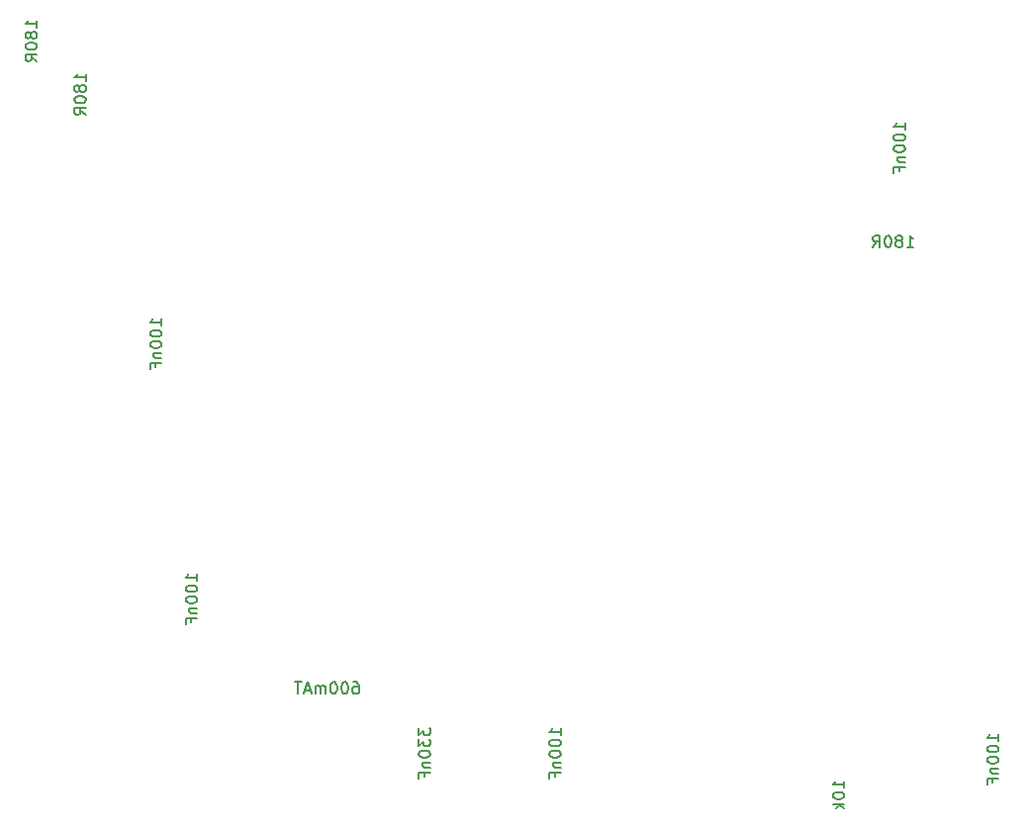
<source format=gbr>
G04 #@! TF.FileFunction,Other,Fab,Bot*
%FSLAX46Y46*%
G04 Gerber Fmt 4.6, Leading zero omitted, Abs format (unit mm)*
G04 Created by KiCad (PCBNEW 4.0.1-stable) date 29.01.2016 22:06:19*
%MOMM*%
G01*
G04 APERTURE LIST*
%ADD10C,0.100000*%
%ADD11C,0.150000*%
G04 APERTURE END LIST*
D10*
D11*
X125504381Y-134485333D02*
X125504381Y-135104381D01*
X125885333Y-134771047D01*
X125885333Y-134913905D01*
X125932952Y-135009143D01*
X125980571Y-135056762D01*
X126075810Y-135104381D01*
X126313905Y-135104381D01*
X126409143Y-135056762D01*
X126456762Y-135009143D01*
X126504381Y-134913905D01*
X126504381Y-134628190D01*
X126456762Y-134532952D01*
X126409143Y-134485333D01*
X125504381Y-135437714D02*
X125504381Y-136056762D01*
X125885333Y-135723428D01*
X125885333Y-135866286D01*
X125932952Y-135961524D01*
X125980571Y-136009143D01*
X126075810Y-136056762D01*
X126313905Y-136056762D01*
X126409143Y-136009143D01*
X126456762Y-135961524D01*
X126504381Y-135866286D01*
X126504381Y-135580571D01*
X126456762Y-135485333D01*
X126409143Y-135437714D01*
X125504381Y-136675809D02*
X125504381Y-136771048D01*
X125552000Y-136866286D01*
X125599619Y-136913905D01*
X125694857Y-136961524D01*
X125885333Y-137009143D01*
X126123429Y-137009143D01*
X126313905Y-136961524D01*
X126409143Y-136913905D01*
X126456762Y-136866286D01*
X126504381Y-136771048D01*
X126504381Y-136675809D01*
X126456762Y-136580571D01*
X126409143Y-136532952D01*
X126313905Y-136485333D01*
X126123429Y-136437714D01*
X125885333Y-136437714D01*
X125694857Y-136485333D01*
X125599619Y-136532952D01*
X125552000Y-136580571D01*
X125504381Y-136675809D01*
X125837714Y-137437714D02*
X126504381Y-137437714D01*
X125932952Y-137437714D02*
X125885333Y-137485333D01*
X125837714Y-137580571D01*
X125837714Y-137723429D01*
X125885333Y-137818667D01*
X125980571Y-137866286D01*
X126504381Y-137866286D01*
X125980571Y-138675810D02*
X125980571Y-138342476D01*
X126504381Y-138342476D02*
X125504381Y-138342476D01*
X125504381Y-138818667D01*
X137680381Y-135104381D02*
X137680381Y-134532952D01*
X137680381Y-134818666D02*
X136680381Y-134818666D01*
X136823238Y-134723428D01*
X136918476Y-134628190D01*
X136966095Y-134532952D01*
X136680381Y-135723428D02*
X136680381Y-135818667D01*
X136728000Y-135913905D01*
X136775619Y-135961524D01*
X136870857Y-136009143D01*
X137061333Y-136056762D01*
X137299429Y-136056762D01*
X137489905Y-136009143D01*
X137585143Y-135961524D01*
X137632762Y-135913905D01*
X137680381Y-135818667D01*
X137680381Y-135723428D01*
X137632762Y-135628190D01*
X137585143Y-135580571D01*
X137489905Y-135532952D01*
X137299429Y-135485333D01*
X137061333Y-135485333D01*
X136870857Y-135532952D01*
X136775619Y-135580571D01*
X136728000Y-135628190D01*
X136680381Y-135723428D01*
X136680381Y-136675809D02*
X136680381Y-136771048D01*
X136728000Y-136866286D01*
X136775619Y-136913905D01*
X136870857Y-136961524D01*
X137061333Y-137009143D01*
X137299429Y-137009143D01*
X137489905Y-136961524D01*
X137585143Y-136913905D01*
X137632762Y-136866286D01*
X137680381Y-136771048D01*
X137680381Y-136675809D01*
X137632762Y-136580571D01*
X137585143Y-136532952D01*
X137489905Y-136485333D01*
X137299429Y-136437714D01*
X137061333Y-136437714D01*
X136870857Y-136485333D01*
X136775619Y-136532952D01*
X136728000Y-136580571D01*
X136680381Y-136675809D01*
X137013714Y-137437714D02*
X137680381Y-137437714D01*
X137108952Y-137437714D02*
X137061333Y-137485333D01*
X137013714Y-137580571D01*
X137013714Y-137723429D01*
X137061333Y-137818667D01*
X137156571Y-137866286D01*
X137680381Y-137866286D01*
X137156571Y-138675810D02*
X137156571Y-138342476D01*
X137680381Y-138342476D02*
X136680381Y-138342476D01*
X136680381Y-138818667D01*
X103508381Y-100052381D02*
X103508381Y-99480952D01*
X103508381Y-99766666D02*
X102508381Y-99766666D01*
X102651238Y-99671428D01*
X102746476Y-99576190D01*
X102794095Y-99480952D01*
X102508381Y-100671428D02*
X102508381Y-100766667D01*
X102556000Y-100861905D01*
X102603619Y-100909524D01*
X102698857Y-100957143D01*
X102889333Y-101004762D01*
X103127429Y-101004762D01*
X103317905Y-100957143D01*
X103413143Y-100909524D01*
X103460762Y-100861905D01*
X103508381Y-100766667D01*
X103508381Y-100671428D01*
X103460762Y-100576190D01*
X103413143Y-100528571D01*
X103317905Y-100480952D01*
X103127429Y-100433333D01*
X102889333Y-100433333D01*
X102698857Y-100480952D01*
X102603619Y-100528571D01*
X102556000Y-100576190D01*
X102508381Y-100671428D01*
X102508381Y-101623809D02*
X102508381Y-101719048D01*
X102556000Y-101814286D01*
X102603619Y-101861905D01*
X102698857Y-101909524D01*
X102889333Y-101957143D01*
X103127429Y-101957143D01*
X103317905Y-101909524D01*
X103413143Y-101861905D01*
X103460762Y-101814286D01*
X103508381Y-101719048D01*
X103508381Y-101623809D01*
X103460762Y-101528571D01*
X103413143Y-101480952D01*
X103317905Y-101433333D01*
X103127429Y-101385714D01*
X102889333Y-101385714D01*
X102698857Y-101433333D01*
X102603619Y-101480952D01*
X102556000Y-101528571D01*
X102508381Y-101623809D01*
X102841714Y-102385714D02*
X103508381Y-102385714D01*
X102936952Y-102385714D02*
X102889333Y-102433333D01*
X102841714Y-102528571D01*
X102841714Y-102671429D01*
X102889333Y-102766667D01*
X102984571Y-102814286D01*
X103508381Y-102814286D01*
X102984571Y-103623810D02*
X102984571Y-103290476D01*
X103508381Y-103290476D02*
X102508381Y-103290476D01*
X102508381Y-103766667D01*
X106556381Y-121896381D02*
X106556381Y-121324952D01*
X106556381Y-121610666D02*
X105556381Y-121610666D01*
X105699238Y-121515428D01*
X105794476Y-121420190D01*
X105842095Y-121324952D01*
X105556381Y-122515428D02*
X105556381Y-122610667D01*
X105604000Y-122705905D01*
X105651619Y-122753524D01*
X105746857Y-122801143D01*
X105937333Y-122848762D01*
X106175429Y-122848762D01*
X106365905Y-122801143D01*
X106461143Y-122753524D01*
X106508762Y-122705905D01*
X106556381Y-122610667D01*
X106556381Y-122515428D01*
X106508762Y-122420190D01*
X106461143Y-122372571D01*
X106365905Y-122324952D01*
X106175429Y-122277333D01*
X105937333Y-122277333D01*
X105746857Y-122324952D01*
X105651619Y-122372571D01*
X105604000Y-122420190D01*
X105556381Y-122515428D01*
X105556381Y-123467809D02*
X105556381Y-123563048D01*
X105604000Y-123658286D01*
X105651619Y-123705905D01*
X105746857Y-123753524D01*
X105937333Y-123801143D01*
X106175429Y-123801143D01*
X106365905Y-123753524D01*
X106461143Y-123705905D01*
X106508762Y-123658286D01*
X106556381Y-123563048D01*
X106556381Y-123467809D01*
X106508762Y-123372571D01*
X106461143Y-123324952D01*
X106365905Y-123277333D01*
X106175429Y-123229714D01*
X105937333Y-123229714D01*
X105746857Y-123277333D01*
X105651619Y-123324952D01*
X105604000Y-123372571D01*
X105556381Y-123467809D01*
X105889714Y-124229714D02*
X106556381Y-124229714D01*
X105984952Y-124229714D02*
X105937333Y-124277333D01*
X105889714Y-124372571D01*
X105889714Y-124515429D01*
X105937333Y-124610667D01*
X106032571Y-124658286D01*
X106556381Y-124658286D01*
X106032571Y-125467810D02*
X106032571Y-125134476D01*
X106556381Y-125134476D02*
X105556381Y-125134476D01*
X105556381Y-125610667D01*
X119944235Y-130557021D02*
X120134712Y-130557021D01*
X120229950Y-130604640D01*
X120277569Y-130652259D01*
X120372807Y-130795116D01*
X120420426Y-130985592D01*
X120420426Y-131366545D01*
X120372807Y-131461783D01*
X120325188Y-131509402D01*
X120229950Y-131557021D01*
X120039473Y-131557021D01*
X119944235Y-131509402D01*
X119896616Y-131461783D01*
X119848997Y-131366545D01*
X119848997Y-131128450D01*
X119896616Y-131033211D01*
X119944235Y-130985592D01*
X120039473Y-130937973D01*
X120229950Y-130937973D01*
X120325188Y-130985592D01*
X120372807Y-131033211D01*
X120420426Y-131128450D01*
X119229950Y-130557021D02*
X119134711Y-130557021D01*
X119039473Y-130604640D01*
X118991854Y-130652259D01*
X118944235Y-130747497D01*
X118896616Y-130937973D01*
X118896616Y-131176069D01*
X118944235Y-131366545D01*
X118991854Y-131461783D01*
X119039473Y-131509402D01*
X119134711Y-131557021D01*
X119229950Y-131557021D01*
X119325188Y-131509402D01*
X119372807Y-131461783D01*
X119420426Y-131366545D01*
X119468045Y-131176069D01*
X119468045Y-130937973D01*
X119420426Y-130747497D01*
X119372807Y-130652259D01*
X119325188Y-130604640D01*
X119229950Y-130557021D01*
X118277569Y-130557021D02*
X118182330Y-130557021D01*
X118087092Y-130604640D01*
X118039473Y-130652259D01*
X117991854Y-130747497D01*
X117944235Y-130937973D01*
X117944235Y-131176069D01*
X117991854Y-131366545D01*
X118039473Y-131461783D01*
X118087092Y-131509402D01*
X118182330Y-131557021D01*
X118277569Y-131557021D01*
X118372807Y-131509402D01*
X118420426Y-131461783D01*
X118468045Y-131366545D01*
X118515664Y-131176069D01*
X118515664Y-130937973D01*
X118468045Y-130747497D01*
X118420426Y-130652259D01*
X118372807Y-130604640D01*
X118277569Y-130557021D01*
X117515664Y-131557021D02*
X117515664Y-130890354D01*
X117515664Y-130985592D02*
X117468045Y-130937973D01*
X117372807Y-130890354D01*
X117229949Y-130890354D01*
X117134711Y-130937973D01*
X117087092Y-131033211D01*
X117087092Y-131557021D01*
X117087092Y-131033211D02*
X117039473Y-130937973D01*
X116944235Y-130890354D01*
X116801378Y-130890354D01*
X116706140Y-130937973D01*
X116658521Y-131033211D01*
X116658521Y-131557021D01*
X116229950Y-131271307D02*
X115753759Y-131271307D01*
X116325188Y-131557021D02*
X115991855Y-130557021D01*
X115658521Y-131557021D01*
X115468045Y-130557021D02*
X114896616Y-130557021D01*
X115182331Y-131557021D02*
X115182331Y-130557021D01*
X92840381Y-74525334D02*
X92840381Y-73953905D01*
X92840381Y-74239619D02*
X91840381Y-74239619D01*
X91983238Y-74144381D01*
X92078476Y-74049143D01*
X92126095Y-73953905D01*
X92268952Y-75096762D02*
X92221333Y-75001524D01*
X92173714Y-74953905D01*
X92078476Y-74906286D01*
X92030857Y-74906286D01*
X91935619Y-74953905D01*
X91888000Y-75001524D01*
X91840381Y-75096762D01*
X91840381Y-75287239D01*
X91888000Y-75382477D01*
X91935619Y-75430096D01*
X92030857Y-75477715D01*
X92078476Y-75477715D01*
X92173714Y-75430096D01*
X92221333Y-75382477D01*
X92268952Y-75287239D01*
X92268952Y-75096762D01*
X92316571Y-75001524D01*
X92364190Y-74953905D01*
X92459429Y-74906286D01*
X92649905Y-74906286D01*
X92745143Y-74953905D01*
X92792762Y-75001524D01*
X92840381Y-75096762D01*
X92840381Y-75287239D01*
X92792762Y-75382477D01*
X92745143Y-75430096D01*
X92649905Y-75477715D01*
X92459429Y-75477715D01*
X92364190Y-75430096D01*
X92316571Y-75382477D01*
X92268952Y-75287239D01*
X91840381Y-76096762D02*
X91840381Y-76192001D01*
X91888000Y-76287239D01*
X91935619Y-76334858D01*
X92030857Y-76382477D01*
X92221333Y-76430096D01*
X92459429Y-76430096D01*
X92649905Y-76382477D01*
X92745143Y-76334858D01*
X92792762Y-76287239D01*
X92840381Y-76192001D01*
X92840381Y-76096762D01*
X92792762Y-76001524D01*
X92745143Y-75953905D01*
X92649905Y-75906286D01*
X92459429Y-75858667D01*
X92221333Y-75858667D01*
X92030857Y-75906286D01*
X91935619Y-75953905D01*
X91888000Y-76001524D01*
X91840381Y-76096762D01*
X92840381Y-77430096D02*
X92364190Y-77096762D01*
X92840381Y-76858667D02*
X91840381Y-76858667D01*
X91840381Y-77239620D01*
X91888000Y-77334858D01*
X91935619Y-77382477D01*
X92030857Y-77430096D01*
X92173714Y-77430096D01*
X92268952Y-77382477D01*
X92316571Y-77334858D01*
X92364190Y-77239620D01*
X92364190Y-76858667D01*
X97040381Y-79097334D02*
X97040381Y-78525905D01*
X97040381Y-78811619D02*
X96040381Y-78811619D01*
X96183238Y-78716381D01*
X96278476Y-78621143D01*
X96326095Y-78525905D01*
X96468952Y-79668762D02*
X96421333Y-79573524D01*
X96373714Y-79525905D01*
X96278476Y-79478286D01*
X96230857Y-79478286D01*
X96135619Y-79525905D01*
X96088000Y-79573524D01*
X96040381Y-79668762D01*
X96040381Y-79859239D01*
X96088000Y-79954477D01*
X96135619Y-80002096D01*
X96230857Y-80049715D01*
X96278476Y-80049715D01*
X96373714Y-80002096D01*
X96421333Y-79954477D01*
X96468952Y-79859239D01*
X96468952Y-79668762D01*
X96516571Y-79573524D01*
X96564190Y-79525905D01*
X96659429Y-79478286D01*
X96849905Y-79478286D01*
X96945143Y-79525905D01*
X96992762Y-79573524D01*
X97040381Y-79668762D01*
X97040381Y-79859239D01*
X96992762Y-79954477D01*
X96945143Y-80002096D01*
X96849905Y-80049715D01*
X96659429Y-80049715D01*
X96564190Y-80002096D01*
X96516571Y-79954477D01*
X96468952Y-79859239D01*
X96040381Y-80668762D02*
X96040381Y-80764001D01*
X96088000Y-80859239D01*
X96135619Y-80906858D01*
X96230857Y-80954477D01*
X96421333Y-81002096D01*
X96659429Y-81002096D01*
X96849905Y-80954477D01*
X96945143Y-80906858D01*
X96992762Y-80859239D01*
X97040381Y-80764001D01*
X97040381Y-80668762D01*
X96992762Y-80573524D01*
X96945143Y-80525905D01*
X96849905Y-80478286D01*
X96659429Y-80430667D01*
X96421333Y-80430667D01*
X96230857Y-80478286D01*
X96135619Y-80525905D01*
X96088000Y-80573524D01*
X96040381Y-80668762D01*
X97040381Y-82002096D02*
X96564190Y-81668762D01*
X97040381Y-81430667D02*
X96040381Y-81430667D01*
X96040381Y-81811620D01*
X96088000Y-81906858D01*
X96135619Y-81954477D01*
X96230857Y-82002096D01*
X96373714Y-82002096D01*
X96468952Y-81954477D01*
X96516571Y-81906858D01*
X96564190Y-81811620D01*
X96564190Y-81430667D01*
X161928381Y-139612762D02*
X161928381Y-139041333D01*
X161928381Y-139327047D02*
X160928381Y-139327047D01*
X161071238Y-139231809D01*
X161166476Y-139136571D01*
X161214095Y-139041333D01*
X160928381Y-140231809D02*
X160928381Y-140327048D01*
X160976000Y-140422286D01*
X161023619Y-140469905D01*
X161118857Y-140517524D01*
X161309333Y-140565143D01*
X161547429Y-140565143D01*
X161737905Y-140517524D01*
X161833143Y-140469905D01*
X161880762Y-140422286D01*
X161928381Y-140327048D01*
X161928381Y-140231809D01*
X161880762Y-140136571D01*
X161833143Y-140088952D01*
X161737905Y-140041333D01*
X161547429Y-139993714D01*
X161309333Y-139993714D01*
X161118857Y-140041333D01*
X161023619Y-140088952D01*
X160976000Y-140136571D01*
X160928381Y-140231809D01*
X161928381Y-140993714D02*
X160928381Y-140993714D01*
X161547429Y-141088952D02*
X161928381Y-141374667D01*
X161261714Y-141374667D02*
X161642667Y-140993714D01*
X167144381Y-83288381D02*
X167144381Y-82716952D01*
X167144381Y-83002666D02*
X166144381Y-83002666D01*
X166287238Y-82907428D01*
X166382476Y-82812190D01*
X166430095Y-82716952D01*
X166144381Y-83907428D02*
X166144381Y-84002667D01*
X166192000Y-84097905D01*
X166239619Y-84145524D01*
X166334857Y-84193143D01*
X166525333Y-84240762D01*
X166763429Y-84240762D01*
X166953905Y-84193143D01*
X167049143Y-84145524D01*
X167096762Y-84097905D01*
X167144381Y-84002667D01*
X167144381Y-83907428D01*
X167096762Y-83812190D01*
X167049143Y-83764571D01*
X166953905Y-83716952D01*
X166763429Y-83669333D01*
X166525333Y-83669333D01*
X166334857Y-83716952D01*
X166239619Y-83764571D01*
X166192000Y-83812190D01*
X166144381Y-83907428D01*
X166144381Y-84859809D02*
X166144381Y-84955048D01*
X166192000Y-85050286D01*
X166239619Y-85097905D01*
X166334857Y-85145524D01*
X166525333Y-85193143D01*
X166763429Y-85193143D01*
X166953905Y-85145524D01*
X167049143Y-85097905D01*
X167096762Y-85050286D01*
X167144381Y-84955048D01*
X167144381Y-84859809D01*
X167096762Y-84764571D01*
X167049143Y-84716952D01*
X166953905Y-84669333D01*
X166763429Y-84621714D01*
X166525333Y-84621714D01*
X166334857Y-84669333D01*
X166239619Y-84716952D01*
X166192000Y-84764571D01*
X166144381Y-84859809D01*
X166477714Y-85621714D02*
X167144381Y-85621714D01*
X166572952Y-85621714D02*
X166525333Y-85669333D01*
X166477714Y-85764571D01*
X166477714Y-85907429D01*
X166525333Y-86002667D01*
X166620571Y-86050286D01*
X167144381Y-86050286D01*
X166620571Y-86859810D02*
X166620571Y-86526476D01*
X167144381Y-86526476D02*
X166144381Y-86526476D01*
X166144381Y-87002667D01*
X167282666Y-93348381D02*
X167854095Y-93348381D01*
X167568381Y-93348381D02*
X167568381Y-92348381D01*
X167663619Y-92491238D01*
X167758857Y-92586476D01*
X167854095Y-92634095D01*
X166711238Y-92776952D02*
X166806476Y-92729333D01*
X166854095Y-92681714D01*
X166901714Y-92586476D01*
X166901714Y-92538857D01*
X166854095Y-92443619D01*
X166806476Y-92396000D01*
X166711238Y-92348381D01*
X166520761Y-92348381D01*
X166425523Y-92396000D01*
X166377904Y-92443619D01*
X166330285Y-92538857D01*
X166330285Y-92586476D01*
X166377904Y-92681714D01*
X166425523Y-92729333D01*
X166520761Y-92776952D01*
X166711238Y-92776952D01*
X166806476Y-92824571D01*
X166854095Y-92872190D01*
X166901714Y-92967429D01*
X166901714Y-93157905D01*
X166854095Y-93253143D01*
X166806476Y-93300762D01*
X166711238Y-93348381D01*
X166520761Y-93348381D01*
X166425523Y-93300762D01*
X166377904Y-93253143D01*
X166330285Y-93157905D01*
X166330285Y-92967429D01*
X166377904Y-92872190D01*
X166425523Y-92824571D01*
X166520761Y-92776952D01*
X165711238Y-92348381D02*
X165615999Y-92348381D01*
X165520761Y-92396000D01*
X165473142Y-92443619D01*
X165425523Y-92538857D01*
X165377904Y-92729333D01*
X165377904Y-92967429D01*
X165425523Y-93157905D01*
X165473142Y-93253143D01*
X165520761Y-93300762D01*
X165615999Y-93348381D01*
X165711238Y-93348381D01*
X165806476Y-93300762D01*
X165854095Y-93253143D01*
X165901714Y-93157905D01*
X165949333Y-92967429D01*
X165949333Y-92729333D01*
X165901714Y-92538857D01*
X165854095Y-92443619D01*
X165806476Y-92396000D01*
X165711238Y-92348381D01*
X164377904Y-93348381D02*
X164711238Y-92872190D01*
X164949333Y-93348381D02*
X164949333Y-92348381D01*
X164568380Y-92348381D01*
X164473142Y-92396000D01*
X164425523Y-92443619D01*
X164377904Y-92538857D01*
X164377904Y-92681714D01*
X164425523Y-92776952D01*
X164473142Y-92824571D01*
X164568380Y-92872190D01*
X164949333Y-92872190D01*
X175136381Y-135612381D02*
X175136381Y-135040952D01*
X175136381Y-135326666D02*
X174136381Y-135326666D01*
X174279238Y-135231428D01*
X174374476Y-135136190D01*
X174422095Y-135040952D01*
X174136381Y-136231428D02*
X174136381Y-136326667D01*
X174184000Y-136421905D01*
X174231619Y-136469524D01*
X174326857Y-136517143D01*
X174517333Y-136564762D01*
X174755429Y-136564762D01*
X174945905Y-136517143D01*
X175041143Y-136469524D01*
X175088762Y-136421905D01*
X175136381Y-136326667D01*
X175136381Y-136231428D01*
X175088762Y-136136190D01*
X175041143Y-136088571D01*
X174945905Y-136040952D01*
X174755429Y-135993333D01*
X174517333Y-135993333D01*
X174326857Y-136040952D01*
X174231619Y-136088571D01*
X174184000Y-136136190D01*
X174136381Y-136231428D01*
X174136381Y-137183809D02*
X174136381Y-137279048D01*
X174184000Y-137374286D01*
X174231619Y-137421905D01*
X174326857Y-137469524D01*
X174517333Y-137517143D01*
X174755429Y-137517143D01*
X174945905Y-137469524D01*
X175041143Y-137421905D01*
X175088762Y-137374286D01*
X175136381Y-137279048D01*
X175136381Y-137183809D01*
X175088762Y-137088571D01*
X175041143Y-137040952D01*
X174945905Y-136993333D01*
X174755429Y-136945714D01*
X174517333Y-136945714D01*
X174326857Y-136993333D01*
X174231619Y-137040952D01*
X174184000Y-137088571D01*
X174136381Y-137183809D01*
X174469714Y-137945714D02*
X175136381Y-137945714D01*
X174564952Y-137945714D02*
X174517333Y-137993333D01*
X174469714Y-138088571D01*
X174469714Y-138231429D01*
X174517333Y-138326667D01*
X174612571Y-138374286D01*
X175136381Y-138374286D01*
X174612571Y-139183810D02*
X174612571Y-138850476D01*
X175136381Y-138850476D02*
X174136381Y-138850476D01*
X174136381Y-139326667D01*
M02*

</source>
